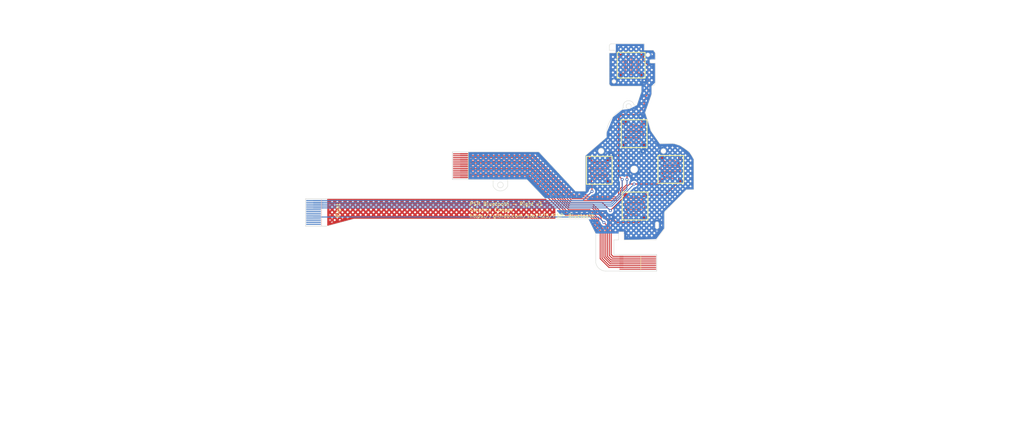
<source format=kicad_pcb>
(kicad_pcb (version 20240108) (generator "pcbnew") (generator_version "8.0")
  (layers (0 "F.Cu" signal) (31 "B.Cu" signal) (34 "B.Paste" user) (35 "F.Paste" user) (36 "B.SilkS" user "B.Silkscreen") (37 "F.SilkS" user "F.Silkscreen") (38 "B.Mask" user) (39 "F.Mask" user) (44 "Edge.Cuts" user))
  (net 0 "")
  (net 7 "/gnd")
  (net 9 "/cross")
  (net 10 "/Circle")
  (net 11 "/Triangle")
  (net 12 "/R1")
  (net 13 "/Square")
  (net 15 "/keyHold")
  (net 16 "/LED +5v")
  (net 17 "/powerLED")
  (net 18 "/keyPower")
  (net 19 "/chargeLED")
  (footprint "JLCPCB_footprint:KEY-SMD_4P-L5.2-W5.2-P3.70-LS6.4_1" (layer "F.Cu") (at 196.5 115.25 90)
    (property "Reference" "L6" (hide yes))
    (property "Value" "SKRRABE010")
    (fp_line (start 3.799848 -3.499873) (end 3.799848 3.500127) (stroke (width 0.254)) (layer "F.SilkS"))
    (fp_line (start -3.800356 -3.499873) (end 3.799848 -3.499873) (stroke (width 0.254)) (layer "F.SilkS"))
    (fp_line (start 3.799848 -0.700025) (end 3.799594 -0.700025) (stroke (width 0.254)) (layer "F.SilkS"))
    (fp_line (start -3.800356 0.700025) (end -3.800356 0.723292) (stroke (width 0.254)) (layer "F.SilkS"))
    (fp_line (start 3.799848 3.500127) (end -3.800356 3.500127) (stroke (width 0.254)) (layer "F.SilkS"))
    (fp_line (start -3.800356 3.500127) (end -3.800356 -3.499873) (stroke (width 0.254)) (layer "F.SilkS"))
    (fp_circle (center -3.750064 -3.499873) (end -3.720091 -3.499873) (stroke (width 0.059995)) (fill none) (layer "F.SilkS"))
    (pad "1" smd custom (at -3 -2.540005 90) (size 1 1.1) (layers "F.Cu" "F.Paste" "F.Mask") (net 10 "/Circle") (options (clearance outline) (anchor rect)) (primitives (gr_line (start 1 0.940005) (end 0 0.4) (width 0.2)) (gr_arc (start 0.523864 1.714626) (mid 3.039533 -0.069772) (end 5.499999 1.790005) (width 0.2)) (gr_line (start 5.499999 1.790005) (end 5.5 2.540005) (width 0.2)) (gr_line (start 5 0.940005) (end 6 0.4) (width 0.2)) (gr_line (start 5 0.940005) (end 5 3.290005) (width 0.2)) (gr_line (start 4 0.190005) (end 4 4.290005) (width 0.2)) (gr_line (start 3 -0.069772) (end 3 4.540005) (width 0.2)) (gr_line (start 2 0.140005) (end 2 4.290005) (width 0.2)) (gr_line (start 1 0.940005) (end 1 3.290005) (width 0.2))))
    (pad "1" smd rect (at 3 -2.540005 90) (size 1 1.1) (layers "F.Cu" "F.Paste" "F.Mask") (net 10 "/Circle"))
    (pad "2" smd custom (at -3 2.540005 90) (size 1 1.1) (layers "F.Cu" "F.Paste" "F.Mask") (net 7 "/gnd") (options (clearance outline) (anchor rect)) (primitives (gr_line (start 1.5 -0.440005) (end 0 -0.4) (width 0.2)) (gr_arc (start 5.499999 -1.790005) (mid 3 0.070071) (end 0.500001 -1.790005) (width 0.2)) (gr_line (start 4.5 -0.440005) (end 6 -0.4) (width 0.2)) (gr_line (start 4.5 -0.440005) (end 4.5 -4.040005) (width 0.2)) (gr_line (start 3.5 -0.040005) (end 3.5 -4.540005) (width 0.2)) (gr_line (start 2.5 -0.040005) (end 2.5 -4.540005) (width 0.2)) (gr_line (start 1.5 -0.440005) (end 1.5 -4.040005) (width 0.2)) (gr_line (start 0.500001 -1.790005) (end 0.5 -2.540005) (width 0.2))))
    (pad "2" smd rect (at 3 2.540005 90) (size 1 1.1) (layers "F.Cu" "F.Paste" "F.Mask") (net 7 "/gnd"))
  )
  (footprint "JLCPCB_footprint:KEY-SMD_4P-L5.2-W5.2-P3.70-LS6.4_1" (layer "F.Cu") (at 186.5 105.5 90)
    (property "Reference" "L4" (hide yes))
    (property "Value" "SKRRABE010")
    (fp_line (start 3.799848 -3.499873) (end 3.799848 3.500127) (stroke (width 0.254)) (layer "F.SilkS"))
    (fp_line (start -3.800356 -3.499873) (end 3.799848 -3.499873) (stroke (width 0.254)) (layer "F.SilkS"))
    (fp_line (start 3.799848 -0.700025) (end 3.799594 -0.700025) (stroke (width 0.254)) (layer "F.SilkS"))
    (fp_line (start -3.800356 0.700025) (end -3.800356 0.723292) (stroke (width 0.254)) (layer "F.SilkS"))
    (fp_line (start 3.799848 3.500127) (end -3.800356 3.500127) (stroke (width 0.254)) (layer "F.SilkS"))
    (fp_line (start -3.800356 3.500127) (end -3.800356 -3.499873) (stroke (width 0.254)) (layer "F.SilkS"))
    (fp_circle (center -3.750064 -3.499873) (end -3.720091 -3.499873) (stroke (width 0.059995)) (fill none) (layer "F.SilkS"))
    (pad "1" smd custom (at -3 -2.540005 90) (size 1 1.1) (layers "F.Cu" "F.Paste" "F.Mask") (net 11 "/Triangle") (options (clearance outline) (anchor rect)) (primitives (gr_line (start 1 0.940005) (end 0 0.4) (width 0.2)) (gr_arc (start 0.523864 1.714626) (mid 3.039533 -0.069772) (end 5.499999 1.790005) (width 0.2)) (gr_line (start 5.499999 1.790005) (end 5.5 2.540005) (width 0.2)) (gr_line (start 5 0.940005) (end 6 0.4) (width 0.2)) (gr_line (start 5 0.940005) (end 5 3.290005) (width 0.2)) (gr_line (start 4 0.190005) (end 4 4.290005) (width 0.2)) (gr_line (start 3 -0.069772) (end 3 4.540005) (width 0.2)) (gr_line (start 2 0.140005) (end 2 4.290005) (width 0.2)) (gr_line (start 1 0.940005) (end 1 3.290005) (width 0.2))))
    (pad "1" smd rect (at 3 -2.540005 90) (size 1 1.1) (layers "F.Cu" "F.Paste" "F.Mask") (net 11 "/Triangle"))
    (pad "2" smd custom (at -3 2.540005 90) (size 1 1.1) (layers "F.Cu" "F.Paste" "F.Mask") (net 7 "/gnd") (options (clearance outline) (anchor rect)) (primitives (gr_line (start 1.5 -0.440005) (end 0 -0.4) (width 0.2)) (gr_arc (start 5.499999 -1.790005) (mid 3 0.070071) (end 0.500001 -1.790005) (width 0.2)) (gr_line (start 4.5 -0.440005) (end 6 -0.4) (width 0.2)) (gr_line (start 4.5 -0.440005) (end 4.5 -4.040005) (width 0.2)) (gr_line (start 3.5 -0.040005) (end 3.5 -4.540005) (width 0.2)) (gr_line (start 2.5 -0.040005) (end 2.5 -4.540005) (width 0.2)) (gr_line (start 1.5 -0.440005) (end 1.5 -4.040005) (width 0.2)) (gr_line (start 0.500001 -1.790005) (end 0.5 -2.540005) (width 0.2))))
    (pad "2" smd rect (at 3 2.540005 90) (size 1 1.1) (layers "F.Cu" "F.Paste" "F.Mask") (net 7 "/gnd"))
  )
  (footprint "consolizer:flex_long_14" (layer "F.Cu") (at 139.075 114.124873 90)
    (property "Reference" "C4" (hide yes))
    (property "Value" "flex-conector_14")
    (fp_line (start -3.65 2.18) (end 3.475 2.180915) (stroke (width 0.12)) (layer "F.SilkS"))
    (fp_line (start -3.875 -2.18) (end 3.625 -2.179085) (stroke (width 0.12)) (layer "Edge.Cuts"))
    (fp_line (start 3.625 3.5) (end 3.625 -2.179085) (stroke (width 0.12)) (layer "Edge.Cuts"))
    (fp_line (start -3.874493 3.5) (end -3.874493 -2.18) (stroke (width 0.12)) (layer "Edge.Cuts"))
    (pad "1" smd rect (at -3.375 0 90) (size 0.25 4) (layers "F.Cu" "F.Paste" "F.Mask") (net 16 "/LED +5v"))
    (pad "2" smd rect (at -2.875 0 90) (size 0.25 4) (layers "F.Cu" "F.Paste" "F.Mask") (net 19 "/chargeLED"))
    (pad "3" smd rect (at -2.375 0 90) (size 0.25 4) (layers "F.Cu" "F.Paste" "F.Mask") (net 17 "/powerLED"))
    (pad "4" smd rect (at -1.875 0 90) (size 0.25 4) (layers "F.Cu" "F.Paste" "F.Mask") (net 15 "/keyHold"))
    (pad "5" smd rect (at -1.375 0 90) (size 0.25 4) (layers "F.Cu" "F.Paste" "F.Mask") (net 18 "/keyPower"))
    (pad "6" smd rect (at -0.875 0 90) (size 0.25 4) (layers "F.Cu" "F.Paste" "F.Mask") (net 7 "/gnd"))
    (pad "7" smd rect (at -0.375 0 90) (size 0.25 4) (layers "F.Cu" "F.Paste" "F.Mask") (net 7 "/gnd"))
    (pad "8" smd rect (at 0.125 0 90) (size 0.25 4) (layers "F.Cu" "F.Paste" "F.Mask") (net 7 "/gnd"))
    (pad "9" smd rect (at 0.625 0 90) (size 0.25 4) (layers "F.Cu" "F.Paste" "F.Mask") (net 7 "/gnd"))
    (pad "10" smd rect (at 1.125 0 90) (size 0.25 4) (layers "F.Cu" "F.Paste" "F.Mask") (net 9 "/cross"))
    (pad "11" smd rect (at 1.625 0 90) (size 0.25 4) (layers "F.Cu" "F.Paste" "F.Mask") (net 10 "/Circle"))
    (pad "12" smd rect (at 2.125 0 90) (size 0.25 4) (layers "F.Cu" "F.Paste" "F.Mask") (net 11 "/Triangle"))
    (pad "13" smd rect (at 2.625 0 90) (size 0.25 4) (layers "F.Cu" "F.Paste" "F.Mask") (net 12 "/R1"))
    (pad "14" smd rect (at 3.125 0 90) (size 0.25 4) (layers "F.Cu" "F.Paste" "F.Mask") (net 13 "/Square"))
  )
  (footprint "JLCPCB_footprint:KEY-SMD_4P-L5.2-W5.2-P3.70-LS6.4_1" (layer "F.Cu") (at 185.699962 86.819977)
    (property "Reference" "L3" (hide yes))
    (property "Value" "SKRRABE010")
    (fp_line (start -3.800356 -3.499873) (end 3.799848 -3.499873) (stroke (width 0.254)) (layer "F.SilkS"))
    (fp_line (start -3.800356 0.700025) (end -3.800356 0.723292) (stroke (width 0.254)) (layer "F.SilkS"))
    (fp_line (start -3.800356 3.500127) (end -3.800356 -3.499873) (stroke (width 0.254)) (layer "F.SilkS"))
    (fp_line (start 3.799848 -3.499873) (end 3.799848 3.500127) (stroke (width 0.254)) (layer "F.SilkS"))
    (fp_line (start 3.799848 -0.700025) (end 3.799594 -0.700025) (stroke (width 0.254)) (layer "F.SilkS"))
    (fp_line (start 3.799848 3.500127) (end -3.800356 3.500127) (stroke (width 0.254)) (layer "F.SilkS"))
    (fp_circle (center -3.750064 -3.499873) (end -3.720091 -3.499873) (stroke (width 0.059995)) (fill none) (layer "F.SilkS"))
    (pad "1" smd custom (at -3 -2.540005) (size 1 1.1) (layers "F.Cu" "F.Paste" "F.Mask") (net 12 "/R1") (options (clearance outline) (anchor rect)) (primitives (gr_line (start 1 0.940005) (end 0 0.4) (width 0.2)) (gr_arc (start 0.523864 1.714626) (mid 3.039533 -0.069772) (end 5.499999 1.790005) (width 0.2)) (gr_line (start 5.499999 1.790005) (end 5.5 2.540005) (width 0.2)) (gr_line (start 5 0.940005) (end 6 0.4) (width 0.2)) (gr_line (start 5 0.940005) (end 5 3.290005) (width 0.2)) (gr_line (start 4 0.190005) (end 4 4.290005) (width 0.2)) (gr_line (start 3 -0.069772) (end 3 4.540005) (width 0.2)) (gr_line (start 2 0.140005) (end 2 4.290005) (width 0.2)) (gr_line (start 1 0.940005) (end 1 3.290005) (width 0.2))))
    (pad "1" smd rect (at 3 -2.540005) (size 1 1.1) (layers "F.Cu" "F.Paste" "F.Mask") (net 12 "/R1"))
    (pad "2" smd custom (at -3 2.540005) (size 1 1.1) (layers "F.Cu" "F.Paste" "F.Mask") (net 7 "/gnd") (options (clearance outline) (anchor rect)) (primitives (gr_line (start 1.5 -0.440005) (end 0 -0.4) (width 0.2)) (gr_arc (start 5.499999 -1.790005) (mid 3 0.070071) (end 0.500001 -1.790005) (width 0.2)) (gr_line (start 4.5 -0.440005) (end 6 -0.4) (width 0.2)) (gr_line (start 4.5 -0.440005) (end 4.5 -4.040005) (width 0.2)) (gr_line (start 3.5 -0.040005) (end 3.5 -4.540005) (width 0.2)) (gr_line (start 2.5 -0.040005) (end 2.5 -4.540005) (width 0.2)) (gr_line (start 1.5 -0.440005) (end 1.5 -4.040005) (width 0.2)) (gr_line (start 0.500001 -1.790005) (end 0.5 -2.540005) (width 0.2))))
    (pad "2" smd rect (at 3 2.540005) (size 1 1.1) (layers "F.Cu" "F.Paste" "F.Mask") (net 7 "/gnd"))
  )
  (footprint "consolizer:flex_long_8" (layer "F.Cu") (at 179.432042 138.499873 90)
    (property "Reference" "C3" (hide yes))
    (property "Value" "flex-conector_8_1" (hide yes))
    (fp_line (start -0.5 8.887958) (end -4 8.887043) (stroke (width 0.12)) (layer "F.SilkS"))
    (fp_line (start -4.5 3.067043) (end -4.5 13.247043) (stroke (width 0.12)) (layer "Edge.Cuts"))
    (fp_line (start 0 3.067958) (end 0 13.247958) (stroke (width 0.12)) (layer "Edge.Cuts"))
    (fp_line (start 0 13.247958) (end -4.5 13.247043) (stroke (width 0.12)) (layer "Edge.Cuts"))
    (pad "1" smd custom (at -0.5 4.067958 270) (size 0.25 2) (layers "F.Cu") (net 7 "/gnd") (options (clearance outline) (anchor rect)) (primitives (gr_poly (pts (xy 0.125 -1) (xy -0.125 -1) (xy -0.125 -9) (xy 0.125 -9)) (width 0) (fill yes))))
    (pad "2" smd custom (at -1 4.067958 270) (size 0.25 2) (layers "F.Cu") (net 7 "/gnd") (options (clearance outline) (anchor rect)) (primitives (gr_poly (pts (xy 0.125 -1) (xy -0.125 -1) (xy -0.125 -9) (xy 0.125 -9)) (width 0) (fill yes))))
    (pad "3" smd custom (at -1.5 4.067958 270) (size 0.25 2) (layers "F.Cu") (net 18 "/keyPower") (options (clearance outline) (anchor rect)) (primitives (gr_poly (pts (xy 0.125 -1) (xy -0.125 -1) (xy -0.125 -9) (xy 0.125 -9)) (width 0) (fill yes))))
    (pad "4" smd custom (at -2 4.067958 270) (size 0.25 2) (layers "F.Cu") (net 15 "/keyHold") (options (clearance outline) (anchor rect)) (primitives (gr_poly (pts (xy 0.125 -1) (xy -0.125 -1) (xy -0.125 -9) (xy 0.125 -9)) (width 0) (fill yes))))
    (pad "5" smd custom (at -2.5 4.067958 270) (size 0.25 2) (layers "F.Cu") (net 17 "/powerLED") (options (clearance outline) (anchor rect)) (primitives (gr_poly (pts (xy 0.125 -1) (xy -0.125 -1) (xy -0.125 -9) (xy 0.125 -9)) (width 0) (fill yes))))
    (pad "6" smd custom (at -3 4.067958 270) (size 0.25 2) (layers "F.Cu") (net 19 "/chargeLED") (options (clearance outline) (anchor rect)) (primitives (gr_poly (pts (xy 0.125 -1) (xy -0.125 -1) (xy -0.125 -9) (xy 0.125 -9)) (width 0) (fill yes))))
    (pad "7" smd custom (at -3.5 4.067958 270) (size 0.25 2) (layers "F.Cu") (net 16 "/LED +5v") (options (clearance outline) (anchor rect)) (primitives (gr_poly (pts (xy 0.125 -1) (xy -0.125 -1) (xy -0.125 -9) (xy 0.125 -9)) (width 0) (fill yes))))
    (pad "8" smd custom (at -4 4.067958 270) (size 0.25 2) (layers "F.Cu") (options (clearance outline) (anchor rect)) (primitives (gr_poly (pts (xy 0.125 -1) (xy -0.125 -1) (xy -0.125 -9) (xy 0.125 -9)) (width 0) (fill yes))))
  )
  (footprint "JLCPCB_footprint:KEY-SMD_4P-L5.2-W5.2-P3.70-LS6.4_1" (layer "F.Cu") (at 186.75 125.25 90)
    (property "Reference" "L2" (hide yes))
    (property "Value" "SKRRABE010")
    (fp_line (start 3.799848 -3.499873) (end 3.799848 3.500127) (stroke (width 0.254)) (layer "F.SilkS"))
    (fp_line (start -3.800356 -3.499873) (end 3.799848 -3.499873) (stroke (width 0.254)) (layer "F.SilkS"))
    (fp_line (start 3.799848 -0.700025) (end 3.799594 -0.700025) (stroke (width 0.254)) (layer "F.SilkS"))
    (fp_line (start -3.800356 0.700025) (end -3.800356 0.723292) (stroke (width 0.254)) (layer "F.SilkS"))
    (fp_line (start 3.799848 3.500127) (end -3.800356 3.500127) (stroke (width 0.254)) (layer "F.SilkS"))
    (fp_line (start -3.800356 3.500127) (end -3.800356 -3.499873) (stroke (width 0.254)) (layer "F.SilkS"))
    (fp_circle (center -3.750064 -3.499873) (end -3.720091 -3.499873) (stroke (width 0.059995)) (fill none) (layer "F.SilkS"))
    (pad "1" smd custom (at -3 -2.540005 90) (size 1 1.1) (layers "F.Cu" "F.Paste" "F.Mask") (net 9 "/cross") (options (clearance outline) (anchor rect)) (primitives (gr_line (start 1 0.940005) (end 0 0.4) (width 0.2)) (gr_arc (start 0.523864 1.714626) (mid 3.039533 -0.069772) (end 5.499999 1.790005) (width 0.2)) (gr_line (start 5.499999 1.790005) (end 5.5 2.540005) (width 0.2)) (gr_line (start 5 0.940005) (end 6 0.4) (width 0.2)) (gr_line (start 5 0.940005) (end 5 3.290005) (width 0.2)) (gr_line (start 4 0.190005) (end 4 4.290005) (width 0.2)) (gr_line (start 3 -0.069772) (end 3 4.540005) (width 0.2)) (gr_line (start 2 0.140005) (end 2 4.290005) (width 0.2)) (gr_line (start 1 0.940005) (end 1 3.290005) (width 0.2))))
    (pad "1" smd rect (at 3 -2.540005 90) (size 1 1.1) (layers "F.Cu" "F.Paste" "F.Mask") (net 9 "/cross"))
    (pad "2" smd custom (at -3 2.540005 90) (size 1 1.1) (layers "F.Cu" "F.Paste" "F.Mask") (net 7 "/gnd") (options (clearance outline) (anchor rect)) (primitives (gr_line (start 1.5 -0.440005) (end 0 -0.4) (width 0.2)) (gr_arc (start 5.499999 -1.790005) (mid 3 0.070071) (end 0.500001 -1.790005) (width 0.2)) (gr_line (start 4.5 -0.440005) (end 6 -0.4) (width 0.2)) (gr_line (start 4.5 -0.440005) (end 4.5 -4.040005) (width 0.2)) (gr_line (start 3.5 -0.040005) (end 3.5 -4.540005) (width 0.2)) (gr_line (start 2.5 -0.040005) (end 2.5 -4.540005) (width 0.2)) (gr_line (start 1.5 -0.440005) (end 1.5 -4.040005) (width 0.2)) (gr_line (start 0.500001 -1.790005) (end 0.5 -2.540005) (width 0.2))))
    (pad "2" smd rect (at 3 2.540005 90) (size 1 1.1) (layers "F.Cu" "F.Paste" "F.Mask") (net 7 "/gnd"))
  )
  (footprint "JLCPCB_footprint:KEY-SMD_4P-L5.2-W5.2-P3.70-LS6.4_1" (layer "F.Cu") (at 177 115.5 90)
    (property "Reference" "L5" (hide yes))
    (property "Value" "SKRRABE010")
    (fp_line (start 3.799848 -3.499873) (end 3.799848 3.500127) (stroke (width 0.254)) (layer "F.SilkS"))
    (fp_line (start -3.800356 -3.499873) (end 3.799848 -3.499873) (stroke (width 0.254)) (layer "F.SilkS"))
    (fp_line (start 3.799848 -0.700025) (end 3.799594 -0.700025) (stroke (width 0.254)) (layer "F.SilkS"))
    (fp_line (start -3.800356 0.700025) (end -3.800356 0.723292) (stroke (width 0.254)) (layer "F.SilkS"))
    (fp_line (start 3.799848 3.500127) (end -3.800356 3.500127) (stroke (width 0.254)) (layer "F.SilkS"))
    (fp_line (start -3.800356 3.500127) (end -3.800356 -3.499873) (stroke (width 0.254)) (layer "F.SilkS"))
    (fp_circle (center -3.750064 -3.499873) (end -3.720091 -3.499873) (stroke (width 0.059995)) (fill none) (layer "F.SilkS"))
    (pad "1" smd custom (at -3 -2.540005 90) (size 1 1.1) (layers "F.Cu" "F.Paste" "F.Mask") (net 13 "/Square") (options (clearance outline) (anchor rect)) (primitives (gr_line (start 1 0.940005) (end 0 0.4) (width 0.2)) (gr_arc (start 0.523864 1.714626) (mid 3.039533 -0.069772) (end 5.499999 1.790005) (width 0.2)) (gr_line (start 5.499999 1.790005) (end 5.5 2.540005) (width 0.2)) (gr_line (start 5 0.940005) (end 6 0.4) (width 0.2)) (gr_line (start 5 0.940005) (end 5 3.290005) (width 0.2)) (gr_line (start 4 0.190005) (end 4 4.290005) (width 0.2)) (gr_line (start 3 -0.069772) (end 3 4.540005) (width 0.2)) (gr_line (start 2 0.140005) (end 2 4.290005) (width 0.2)) (gr_line (start 1 0.940005) (end 1 3.290005) (width 0.2))))
    (pad "1" smd rect (at 3 -2.540005 90) (size 1 1.1) (layers "F.Cu" "F.Paste" "F.Mask") (net 13 "/Square"))
    (pad "2" smd custom (at -3 2.540005 90) (size 1 1.1) (layers "F.Cu" "F.Paste" "F.Mask") (net 7 "/gnd") (options (clearance outline) (anchor rect)) (primitives (gr_line (start 1.5 -0.440005) (end 0 -0.4) (width 0.2)) (gr_arc (start 5.499999 -1.790005) (mid 3 0.070071) (end 0.500001 -1.790005) (width 0.2)) (gr_line (start 4.5 -0.440005) (end 6 -0.4) (width 0.2)) (gr_line (start 4.5 -0.440005) (end 4.5 -4.040005) (width 0.2)) (gr_line (start 3.5 -0.040005) (end 3.5 -4.540005) (width 0.2)) (gr_line (start 2.5 -0.040005) (end 2.5 -4.540005) (width 0.2)) (gr_line (start 1.5 -0.440005) (end 1.5 -4.040005) (width 0.2)) (gr_line (start 0.500001 -1.790005) (end 0.5 -2.540005) (width 0.2))))
    (pad "2" smd rect (at 3 2.540005 90) (size 1 1.1) (layers "F.Cu" "F.Paste" "F.Mask") (net 7 "/gnd"))
  )
  (footprint "consolizer:flex_long_14" (layer "B.Cu") (at 99 127.125 -90)
    (property "Reference" "C1" (hide yes))
    (property "Value" "flex-conector_14")
    (fp_line (start 3.475 -2.180915) (end -3.65 -2.18) (stroke (width 0.12)) (layer "B.SilkS"))
    (fp_line (start -3.874493 2.18) (end -3.874493 -3.5) (stroke (width 0.12)) (layer "Edge.Cuts"))
    (fp_line (start 3.625 2.179085) (end -3.875 2.18) (stroke (width 0.12)) (layer "Edge.Cuts"))
    (fp_line (start 3.625 2.179085) (end 3.625 -3.5) (stroke (width 0.12)) (layer "Edge.Cuts"))
    (pad "1" smd rect (at -3.375 0 270) (size 0.25 4) (layers "B.Cu" "B.Paste" "B.Mask") (net 13 "/Square"))
    (pad "2" smd rect (at -2.875 0 270) (size 0.25 4) (layers "B.Cu" "B.Paste" "B.Mask") (net 12 "/R1"))
    (pad "3" smd rect (at -2.375 0 270) (size 0.25 4) (layers "B.Cu" "B.Paste" "B.Mask") (net 11 "/Triangle"))
    (pad "4" smd rect (at -1.875 0 270) (size 0.25 4) (layers "B.Cu" "B.Paste" "B.Mask") (net 10 "/Circle"))
    (pad "5" smd rect (at -1.375 0 270) (size 0.25 4) (layers "B.Cu" "B.Paste" "B.Mask") (net 9 "/cross"))
    (pad "6" smd rect (at -0.875 0 270) (size 0.25 4) (layers "B.Cu" "B.Paste" "B.Mask"))
    (pad "7" smd rect (at -0.375 0 270) (size 0.25 4) (layers "B.Cu" "B.Paste" "B.Mask"))
    (pad "8" smd rect (at 0.125 0 270) (size 0.25 4) (layers "B.Cu" "B.Paste" "B.Mask"))
    (pad "9" smd rect (at 0.625 0 270) (size 0.25 4) (layers "B.Cu" "B.Paste" "B.Mask"))
    (pad "10" smd rect (at 1.125 0 270) (size 0.25 4) (layers "B.Cu" "B.Paste" "B.Mask") (net 18 "/keyPower"))
    (pad "11" smd rect (at 1.625 0 270) (size 0.25 4) (layers "B.Cu" "B.Paste" "B.Mask"))
    (pad "12" smd rect (at 2.125 0 270) (size 0.25 4) (layers "B.Cu" "B.Paste" "B.Mask"))
    (pad "13" smd rect (at 2.625 0 270) (size 0.25 4) (layers "B.Cu" "B.Paste" "B.Mask"))
    (pad "14" smd rect (at 3.125 0 270) (size 0.25 4) (layers "B.Cu" "B.Paste" "B.Mask"))
  )
  (gr_line (start 179.75 91.999873) (end 179.75 83.499873) (stroke (width 0.1)) (layer "Edge.Cuts"))
  (gr_line (start 191.25 104.999873) (end 189.5 99.749873) (stroke (width 0.1)) (layer "Edge.Cuts"))
  (gr_circle (center 186.5 115.249873) (end 186.5 116.249873) (stroke (width 0.1)) (fill none) (layer "Edge.Cuts"))
  (gr_line (start 192.25 83.499873) (end 192.25 85.249873) (stroke (width 0.1)) (layer "Edge.Cuts"))
  (gr_line (start 181 83.499873) (end 179.75 83.499873) (stroke (width 0.1)) (layer "Edge.Cuts"))
  (gr_arc (start 179.75 81.499873) (mid 179.896448 81.146325) (end 180.25 80.999873) (stroke (width 0.1)) (layer "Edge.Cuts"))
  (gr_line (start 200.75 120.749873) (end 194.75 126.999873) (stroke (width 0.1)) (layer "Edge.Cuts"))
  (gr_line (start 179.000001 106.499873) (end 173.225184 111.499873) (stroke (width 0.1)) (layer "Edge.Cuts"))
  (gr_line (start 176 140.249873) (end 176 132.749873) (stroke (width 0.1)) (layer "Edge.Cuts"))
  (gr_line (start 192.25 91.499873) (end 192.25 86.249873) (stroke (width 0.1)) (layer "Edge.Cuts"))
  (gr_line (start 202.75 112.499873) (end 202.75 120.749873) (stroke (width 0.1)) (layer "Edge.Cuts"))
  (gr_line (start 173.225184 111.499873) (end 173.225184 121.249873) (stroke (width 0.1)) (layer "Edge.Cuts"))
  (gr_arc (start 180.25 92.499873) (mid 179.896436 92.353432) (end 179.75 91.999873) (stroke (width 0.1)) (layer "Edge.Cuts"))
  (gr_arc (start 192.25 91.499873) (mid 191.957108 92.206985) (end 191.25 92.499873) (stroke (width 0.1)) (layer "Edge.Cuts"))
  (gr_line (start 160.5 110.499873) (end 143.725184 110.499873) (stroke (width 0.1)) (layer "Edge.Cuts"))
  (gr_line (start 176 132.749873) (end 174 128.749873) (stroke (width 0.1)) (layer "Edge.Cuts"))
  (gr_line (start 191.25 94.749873) (end 189.5 99.749873) (stroke (width 0.1)) (layer "Edge.Cuts"))
  (gr_circle (center 150 119.499873) (end 149.75 120.249873) (stroke (width 0.1)) (fill none) (layer "Edge.Cuts"))
  (gr_line (start 160.5 110.499873) (end 170.5 121.249873) (stroke (width 0.1)) (layer "Edge.Cuts"))
  (gr_circle (center 185 98.015381) (end 185.5 98.499873) (stroke (width 0.1)) (fill none) (layer "Edge.Cuts"))
  (gr_line (start 152 117.999873) (end 157.25 117.999873) (stroke (width 0.1)) (layer "Edge.Cuts"))
  (gr_arc (start 182.25 132.999873) (mid 183 132.249873) (end 183.75 132.999873) (stroke (width 0.1)) (layer "Edge.Cuts"))
  (gr_line (start 162.25 123.249873) (end 162 123.249873) (stroke (width 0.1)) (layer "Edge.Cuts"))
  (gr_line (start 182.25 132.999873) (end 182.25 134.499873) (stroke (width 0.1)) (layer "Edge.Cuts"))
  (gr_line (start 178.75 142.999873) (end 182.499085 142.999873) (stroke (width 0.1)) (layer "Edge.Cuts"))
  (gr_circle (center 194.5 110.249873) (end 194 110.749873) (stroke (width 0.1)) (fill none) (layer "Edge.Cuts"))
  (gr_line (start 192.25 130.999873) (end 192.25 129.999873) (stroke (width 0.1)) (layer "Edge.Cuts"))
  (gr_line (start 120.225184 128.749873) (end 174 128.749873) (stroke (width 0.1)) (layer "Edge.Cuts"))
  (gr_line (start 188.5 92.499873) (end 180.25 92.499873) (stroke (width 0.1)) (layer "Edge.Cuts"))
  (gr_circle (center 177.5 110.249873) (end 177.25 110.999873) (stroke (width 0.1)) (fill none) (layer "Edge.Cuts"))
  (gr_line (start 187.25 97.749873) (end 188.5 93.999873) (stroke (width 0.1)) (layer "Edge.Cuts"))
  (gr_circle (center 181 91.249873) (end 181.25 91.749873) (stroke (width 0.1)) (fill none) (layer "Edge.Cuts"))
  (gr_line (start 179.75 82.749873) (end 181 82.749873) (stroke (width 0.1)) (layer "Edge.Cuts"))
  (gr_line (start 191.25 86.249873) (end 192.25 86.249873) (stroke (width 0.1)) (layer "Edge.Cuts"))
  (gr_line (start 197 108.184801) (end 193.5 108.249873) (stroke (width 0.1)) (layer "Edge.Cuts"))
  (gr_line (start 102.5 130.75) (end 110 128.749873) (stroke (width 0.1)) (layer "Edge.Cuts"))
  (gr_line (start 157.75 123.249873) (end 102.5 123.250507) (stroke (width 0.1)) (layer "Edge.Cuts"))
  (gr_line (start 201.5 110.499873) (end 202.25 111.499873) (stroke (width 0.1)) (layer "Edge.Cuts"))
  (gr_line (start 191.25 92.749873) (end 191.25 94.749873) (stroke (width 0.1)) (layer "Edge.Cuts"))
  (gr_line (start 200.25 109.499873) (end 201.5 110.499873) (stroke (width 0.1)) (layer "Edge.Cuts"))
  (gr_arc (start 151.999999 119.749873) (mid 150 121.135873) (end 148.000001 119.749873) (stroke (width 0.1)) (layer "Edge.Cuts"))
  (gr_arc (start 179.000001 106.499873) (mid 179.9262 102.06238) (end 183.230156 98.958658) (stroke (width 0.1)) (layer "Edge.Cuts"))
  (gr_arc (start 181 82.749873) (mid 181.374984 83.124873) (end 181 83.499873) (stroke (width 0.1)) (layer "Edge.Cuts"))
  (gr_line (start 170.5 121.249873) (end 173.225184 121.249873) (stroke (width 0.1)) (layer "Edge.Cuts"))
  (gr_line (start 162 123.249873) (end 157.75 123.249873) (stroke (width 0.1)) (layer "Edge.Cuts"))
  (gr_arc (start 192.25 129.999873) (mid 192.75 129.499873) (end 193.25 129.999873) (stroke (width 0.1)) (layer "Edge.Cuts"))
  (gr_line (start 157.25 117.999873) (end 162.25 123.249873) (stroke (width 0.1)) (layer "Edge.Cuts"))
  (gr_line (start 179.75 81.499873) (end 179.75 82.749873) (stroke (width 0.1)) (layer "Edge.Cuts"))
  (gr_line (start 194.75 126.999873) (end 194.75 131.499873) (stroke (width 0.1)) (layer "Edge.Cuts"))
  (gr_line (start 193.25 129.999873) (end 193.25 130.999873) (stroke (width 0.1)) (layer "Edge.Cuts"))
  (gr_line (start 202.25 111.499873) (end 202.75 112.499873) (stroke (width 0.1)) (layer "Edge.Cuts"))
  (gr_line (start 199 108.749873) (end 200.25 109.499873) (stroke (width 0.1)) (layer "Edge.Cuts"))
  (gr_line (start 180.25 80.999873) (end 189.25 80.999873) (stroke (width 0.1)) (layer "Edge.Cuts"))
  (gr_line (start 120.225184 128.749873) (end 110 128.749873) (stroke (width 0.1)) (layer "Edge.Cuts"))
  (gr_line (start 202.75 120.749873) (end 200.75 120.749873) (stroke (width 0.1)) (layer "Edge.Cuts"))
  (gr_line (start 182.25 134.499873) (end 181 134.499873) (stroke (width 0.1)) (layer "Edge.Cuts"))
  (gr_arc (start 178.75 142.999873) (mid 176.805452 142.194421) (end 176 140.249873) (stroke (width 0.1)) (layer "Edge.Cuts"))
  (gr_arc (start 183.500001 97.749873) (mid 185 96.492058) (end 186.499999 97.749873) (stroke (width 0.1)) (layer "Edge.Cuts"))
  (gr_line (start 197.5 108.249873) (end 199 108.749873) (stroke (width 0.1)) (layer "Edge.Cuts"))
  (gr_line (start 191.25 92.499873) (end 191.25 92.749873) (stroke (width 0.1)) (layer "Edge.Cuts"))
  (gr_line (start 183.230156 98.958658) (end 183.5 98.499873) (stroke (width 0.1)) (layer "Edge.Cuts"))
  (gr_line (start 192.5 134.499873) (end 183.75 134.499873) (stroke (width 0.1)) (layer "Edge.Cuts"))
  (gr_arc (start 193.25 130.999873) (mid 192.75 131.499873) (end 192.25 130.999873) (stroke (width 0.1)) (layer "Edge.Cuts"))
  (gr_arc (start 191.25 86.249873) (mid 190.749984 85.749873) (end 191.25 85.249873) (stroke (width 0.1)) (layer "Edge.Cuts"))
  (gr_line (start 148 117.999873) (end 142.575 117.99962) (stroke (width 0.1)) (layer "Edge.Cuts"))
  (gr_line (start 148 117.999873) (end 148 119.749873) (stroke (width 0.1)) (layer "Edge.Cuts"))
  (gr_line (start 183.75 134.499873) (end 183.75 132.999873) (stroke (width 0.1)) (layer "Edge.Cuts"))
  (gr_line (start 183.5 98.499873) (end 183.500001 97.749873) (stroke (width 0.1)) (layer "Edge.Cuts"))
  (gr_line (start 192.25 85.249873) (end 191.25 85.249873) (stroke (width 0.1)) (layer "Edge.Cuts"))
  (gr_line (start 194.75 131.499873) (end 192.5 134.499873) (stroke (width 0.1)) (layer "Edge.Cuts"))
  (gr_line (start 181 134.499873) (end 181 138.499873) (stroke (width 0.1)) (layer "Edge.Cuts"))
  (gr_line (start 186.5 97.749873) (end 187.25 97.749873) (stroke (width 0.1)) (layer "Edge.Cuts"))
  (gr_line (start 197 108.184801) (end 197.5 108.249873) (stroke (width 0.1)) (layer "Edge.Cuts"))
  (gr_line (start 191.75 82.749873) (end 192.25 83.499873) (stroke (width 0.1)) (layer "Edge.Cuts"))
  (gr_line (start 193.5 108.249873) (end 191.25 104.999873) (stroke (width 0.1)) (layer "Edge.Cuts"))
  (gr_line (start 143.725184 110.499873) (end 142.575 110.499873) (stroke (width 0.1)) (layer "Edge.Cuts"))
  (gr_line (start 188.5 93.999873) (end 188.5 92.499873) (stroke (width 0.1)) (layer "Edge.Cuts"))
  (gr_line (start 189.25 82.749873) (end 191.75 82.749873) (stroke (width 0.1)) (layer "Edge.Cuts"))
  (gr_line (start 181 138.499873) (end 182.499085 138.499873) (stroke (width 0.1)) (layer "Edge.Cuts"))
  (gr_line (start 189.25 80.999873) (end 189.25 82.749873) (stroke (width 0.1)) (layer "Edge.Cuts"))
  (gr_circle (center 190.25 83.999873) (end 190.75 84.249873) (stroke (width 0.1)) (fill none) (layer "Edge.Cuts"))
  (gr_line (start 152 119.749873) (end 152 117.999873) (stroke (width 0.1)) (layer "Edge.Cuts"))
  (gr_text "PSP Bluetooth - Right v1\nStephen Cooper\nhttps://github.com/ste2425/PSP-Bluetooth" (at 141.5 128.5 0) (layer "F.SilkS") (effects (font (size 1 1)) (justify left bottom)))
  (gr_text "Right" (at 106.25 126.5 90) (layer "F.SilkS") (effects (font (size 1 1)) (justify bottom)))
  (segment (start 179.75 138.749873) (end 179.75 129.999873) (width 0.25) (layer "F.Cu") (net 7))
  (segment (start 179.75 129.999873) (end 179.75 129.499873) (width 0.25) (layer "F.Cu") (net 7))
  (segment (start 139.075 114.499873) (end 158.75 114.499873) (width 0.25) (layer "F.Cu") (net 7))
  (segment (start 169 124.749873) (end 175.25 124.749873) (width 0.25) (layer "F.Cu") (net 7))
  (segment (start 180.25 128.249873) (end 181.75 129.749873) (width 0.25) (layer "F.Cu") (net 7))
  (segment (start 180.5 139.499873) (end 179.75 138.749873) (width 0.25) (layer "F.Cu") (net 7))
  (segment (start 180 128.249873) (end 180.25 128.249873) (width 0.25) (layer "F.Cu") (net 7))
  (segment (start 139.075 113.499873) (end 157.75 113.499873) (width 0.25) (layer "F.Cu") (net 7))
  (segment (start 139.075 114.999873) (end 158.636396 114.999873) (width 0.25) (layer "F.Cu") (net 7))
  (segment (start 180.25 128.499873) (end 180 128.249873) (width 0.25) (layer "F.Cu") (net 7))
  (segment (start 179.75 128.749873) (end 179.75 129.499873) (width 0.25) (layer "F.Cu") (net 7))
  (segment (start 179.75 129.863477) (end 179.75 129.999873) (width 0.25) (layer "F.Cu") (net 7))
  (segment (start 180.225184 111.249873) (end 180.225184 111.814821) (width 0.25) (layer "F.Cu") (net 7))
  (segment (start 180.25 138.499873) (end 180.25 128.499873) (width 0.25) (layer "F.Cu") (net 7))
  (segment (start 179.75 129.249873) (end 179.75 129.499873) (width 0.25) (layer "F.Cu") (net 7))
  (segment (start 188.699962 90.449962) (end 189.25 91) (width 0.25) (layer "F.Cu") (net 7))
  (segment (start 188.225184 101.685179) (end 189.040005 102.5) (width 0.25) (layer "F.Cu") (net 7))
  (segment (start 187.790132 129.749873) (end 189.290005 128.25) (width 0.25) (layer "F.Cu") (net 7))
  (segment (start 158.75 114.499873) (end 169 124.749873) (width 0.25) (layer "F.Cu") (net 7))
  (segment (start 158.25 113.999873) (end 158.75 114.499873) (width 0.25) (layer "F.Cu") (net 7))
  (segment (start 175.25 124.749873) (end 179.75 129.249873) (width 0.25) (layer "F.Cu") (net 7))
  (segment (start 180.25 128.249873) (end 179.75 128.749873) (width 0.25) (layer "F.Cu") (net 7))
  (segment (start 188.699962 89.359982) (end 188.699962 90.449962) (width 0.25) (layer "F.Cu") (net 7))
  (segment (start 180.75 138.999873) (end 180.25 138.499873) (width 0.25) (layer "F.Cu") (net 7))
  (segment (start 175.136396 125.249873) (end 179.75 129.863477) (width 0.25) (layer "F.Cu") (net 7))
  (segment (start 180.225184 111.814821) (end 179.540005 112.5) (width 0.25) (layer "F.Cu") (net 7))
  (segment (start 158.636396 114.999873) (end 168.886396 125.249873) (width 0.25) (layer "F.Cu") (net 7))
  (segment (start 168.886396 125.249873) (end 175.136396 125.249873) (width 0.25) (layer "F.Cu") (net 7))
  (segment (start 181.75 129.749873) (end 187.790132 129.749873) (width 0.25) (layer "F.Cu") (net 7))
  (segment (start 189.290005 122.25) (end 195.040005 122.25) (width 0.25) (layer "F.Cu") (net 7))
  (segment (start 195.040005 122.25) (end 199.040005 118.25) (width 0.25) (layer "F.Cu") (net 7))
  (segment (start 188.225184 100.749873) (end 188.225184 101.685179) (width 0.25) (layer "F.Cu") (net 7))
  (segment (start 183.5 139.499873) (end 180.5 139.499873) (width 0.25) (layer "F.Cu") (net 7))
  (segment (start 189 110.25) (end 189 108.540005) (width 0.25) (layer "F.Cu") (net 7))
  (segment (start 183.5 138.999873) (end 180.75 138.999873) (width 0.25) (layer "F.Cu") (net 7))
  (segment (start 139.075 113.999873) (end 158.25 113.999873) (width 0.25) (layer "F.Cu") (net 7))
  (segment (start 189 108.540005) (end 189.040005 108.5) (width 0.25) (layer "F.Cu") (net 7))
  (segment (start 157.75 113.499873) (end 158.25 113.999873) (width 0.25) (layer "F.Cu") (net 7))
  (via (at 180.225184 111.249873) (size 0.8) (drill 0.4) (layers "F.Cu" "B.Cu") (net 7))
  (via (at 189 110.25) (size 0.8) (drill 0.4) (layers "F.Cu" "B.Cu") (net 7))
  (via (at 189.25 91) (size 0.8) (drill 0.4) (layers "F.Cu" "B.Cu") (net 7))
  (via (at 188.225184 100.749873) (size 0.8) (drill 0.4) (layers "F.Cu" "B.Cu") (net 7))
  (via (at 180.25 128.249873) (size 0.8) (drill 0.4) (layers "F.Cu" "B.Cu") (net 7))
  (segment (start 180.525305 128.249873) (end 180.25 128.249873) (width 0.25) (layer "B.Cu") (net 7))
  (segment (start 180 126.5) (end 184.209995 122.290005) (width 0.25) (layer "F.Cu") (net 9))
  (segment (start 169.25 124.249873) (end 158 112.999873) (width 0.25) (layer "F.Cu") (net 9))
  (segment (start 180 126.5) (end 177.749873 124.249873) (width 0.25) (layer "F.Cu") (net 9))
  (segment (start 158 112.999873) (end 139.075 112.999873) (width 0.25) (layer "F.Cu") (net 9))
  (segment (start 184.209995 122.290005) (end 184.209995 122.25) (width 0.25) (layer "F.Cu") (net 9))
  (segment (start 177.749873 124.249873) (end 169.25 124.249873) (width 0.25) (layer "F.Cu") (net 9))
  (via (at 180 126.5) (size 0.8) (drill 0.4) (layers "F.Cu" "B.Cu") (net 9))
  (segment (start 179.249873 125.749873) (end 101.5 125.749873) (width 0.25) (layer "B.Cu") (net 9))
  (segment (start 101.499873 125.75) (end 99 125.75) (width 0.25) (layer "B.Cu") (net 9))
  (segment (start 180 126.5) (end 179.249873 125.749873) (width 0.25) (layer "B.Cu") (net 9))
  (segment (start 101.5 125.749873) (end 101.499873 125.75) (width 0.25) (layer "B.Cu") (net 9))
  (segment (start 139.075 112.499873) (end 158.25 112.499873) (width 0.25) (layer "F.Cu") (net 10))
  (segment (start 183.25 121.249873) (end 185.25 119.249873) (width 0.25) (layer "F.Cu") (net 10))
  (segment (start 169.5 123.749873) (end 182 123.749873) (width 0.25) (layer "F.Cu") (net 10))
  (segment (start 158.25 112.499873) (end 169.5 123.749873) (width 0.25) (layer "F.Cu") (net 10))
  (segment (start 192.960122 119.249873) (end 186.5 119.249873) (width 0.25) (layer "F.Cu") (net 10))
  (segment (start 183.25 122.499873) (end 183.25 121.249873) (width 0.25) (layer "F.Cu") (net 10))
  (segment (start 193.959995 118.25) (end 192.960122 119.249873) (width 0.25) (layer "F.Cu") (net 10))
  (segment (start 182 123.749873) (end 183.25 122.499873) (width 0.25) (layer "F.Cu") (net 10))
  (segment (start 185.25 119.249873) (end 186.5 119.249873) (width 0.25) (layer "F.Cu") (net 10))
  (via (at 186.5 119.249873) (size 0.8) (drill 0.4) (layers "F.Cu" "B.Cu") (net 10))
  (segment (start 101.5 125.249873) (end 101.499873 125.25) (width 0.25) (layer "B.Cu") (net 10))
  (segment (start 180.5 125.249873) (end 186.5 119.249873) (width 0.25) (layer "B.Cu") (net 10))
  (segment (start 101.5 125.249873) (end 180.5 125.249873) (width 0.25) (layer "B.Cu") (net 10))
  (segment (start 101.499873 125.25) (end 99 125.25) (width 0.25) (layer "B.Cu") (net 10))
  (segment (start 184.550038 119.313439) (end 184.550038 117.999873) (width 0.25) (layer "F.Cu") (net 11))
  (segment (start 183.959995 108.5) (end 184.550038 109.090043) (width 0.25) (layer "F.Cu") (net 11))
  (segment (start 169.636396 123.249873) (end 181.863604 123.249873) (width 0.25) (layer "F.Cu") (net 11))
  (segment (start 158.386396 111.999873) (end 169.636396 123.249873) (width 0.25) (layer "F.Cu") (net 11))
  (segment (start 182.75 122.363477) (end 182.75 121.113477) (width 0.25) (layer "F.Cu") (net 11))
  (segment (start 139.075 111.999873) (end 158.386396 111.999873) (width 0.25) (layer "F.Cu") (net 11))
  (segment (start 181.863604 123.249873) (end 182.75 122.363477) (width 0.25) (layer "F.Cu") (net 11))
  (segment (start 184.550038 109.090043) (end 184.550038 117.999873) (width 0.25) (layer "F.Cu") (net 11))
  (segment (start 182.75 121.113477) (end 184.550038 119.313439) (width 0.25) (layer "F.Cu") (net 11))
  (via (at 184.550038 117.999873) (size 0.8) (drill 0.4) (layers "F.Cu" "B.Cu") (net 11))
  (segment (start 101.5 124.749873) (end 101.499873 124.75) (width 0.25) (layer "B.Cu") (net 11))
  (segment (start 101.5 124.749873) (end 180.363604 124.749873) (width 0.25) (layer "B.Cu") (net 11))
  (segment (start 101.499873 124.75) (end 99 124.75) (width 0.25) (layer "B.Cu") (net 11))
  (segment (start 184.550038 120.563439) (end 184.550038 117.999873) (width 0.25) (layer "B.Cu") (net 11))
  (segment (start 180.363604 124.749873) (end 184.550038 120.563439) (width 0.25) (layer "B.Cu") (net 11))
  (segment (start 183.25 119.977081) (end 183.25 117.999873) (width 0.25) (layer "F.Cu") (net 12))
  (segment (start 189.725184 95.249873) (end 189.725184 95.749873) (width 0.25) (layer "F.Cu") (net 12))
  (segment (start 158.522792 111.499873) (end 169.772792 122.749873) (width 0.25) (layer "F.Cu") (net 12))
  (segment (start 188.699962 84.279972) (end 188.699962 85.224651) (width 0.25) (layer "F.Cu") (net 12))
  (segment (start 182.25 122.227081) (end 182.25 120.977081) (width 0.25) (layer "F.Cu") (net 12))
  (segment (start 169.772792 122.749873) (end 181.727208 122.749873) (width 0.25) (layer "F.Cu") (net 12))
  (segment (start 190.225184 94.749873) (end 189.725184 95.249873) (width 0.25) (layer "F.Cu") (net 12))
  (segment (start 187.225184 100.249873) (end 183.225184 100.249873) (width 0.25) (layer "F.Cu") (net 12))
  (segment (start 183.225184 100.249873) (end 182.225184 101.249873) (width 0.25) (layer "F.Cu") (net 12))
  (segment (start 182.225184 116.975057) (end 183.25 117.999873) (width 0.25) (layer "F.Cu") (net 12))
  (segment (start 182.225184 101.249873) (end 182.225184 116.975057) (width 0.25) (layer "F.Cu") (net 12))
  (segment (start 190.225184 86.749873) (end 190.225184 94.749873) (width 0.25) (layer "F.Cu") (net 12))
  (segment (start 189.725184 95.749873) (end 189.225184 96.249873) (width 0.25) (layer "F.Cu") (net 12))
  (segment (start 139.075 111.499873) (end 158.522792 111.499873) (width 0.25) (layer "F.Cu") (net 12))
  (segment (start 188.699962 85.224651) (end 190.225184 86.749873) (width 0.25) (layer "F.Cu") (net 12))
  (segment (start 181.727208 122.749873) (end 182.25 122.227081) (width 0.25) (layer "F.Cu") (net 12))
  (segment (start 189.225184 98.249873) (end 187.225184 100.249873) (width 0.25) (layer "F.Cu") (net 12))
  (segment (start 189.225184 96.249873) (end 189.225184 98.249873) (width 0.25) (layer "F.Cu") (net 12))
  (segment (start 182.25 120.977081) (end 183.25 119.977081) (width 0.25) (layer "F.Cu") (net 12))
  (via (at 183.25 117.999873) (size 0.8) (drill 0.4) (layers "F.Cu" "B.Cu") (net 12))
  (segment (start 183.25 121.227081) (end 183.25 117.999873) (width 0.25) (layer "B.Cu") (net 12))
  (segment (start 101.499873 124.25) (end 99 124.25) (width 0.25) (layer "B.Cu") (net 12))
  (segment (start 101.5 124.249873) (end 101.499873 124.25) (width 0.25) (layer "B.Cu") (net 12))
  (segment (start 180.227208 124.249873) (end 183.25 121.227081) (width 0.25) (layer "B.Cu") (net 12))
  (segment (start 101.5 124.249873) (end 180.227208 124.249873) (width 0.25) (layer "B.Cu") (net 12))
  (segment (start 174 122.249873) (end 175 121.249873) (width 0.25) (layer "F.Cu") (net 13))
  (segment (start 174.459995 118.5) (end 175 119.040005) (width 0.25) (layer "F.Cu") (net 13))
  (segment (start 175 119.040005) (end 175 121.249873) (width 0.25) (layer "F.Cu") (net 13))
  (segment (start 158.75 110.999873) (end 170 122.249873) (width 0.25) (layer "F.Cu") (net 13))
  (segment (start 139.075 110.999873) (end 158.75 110.999873) (width 0.25) (layer "F.Cu") (net 13))
  (segment (start 170 122.249873) (end 174 122.249873) (width 0.25) (layer "F.Cu") (net 13))
  (via (at 175 121.249873) (size 0.8) (drill 0.4) (layers "F.Cu" "B.Cu") (net 13))
  (segment (start 101.499873 123.75) (end 99 123.75) (width 0.25) (layer "B.Cu") (net 13))
  (segment (start 172.5 123.749873) (end 175 121.249873) (width 0.25) (layer "B.Cu") (net 13))
  (segment (start 101.5 123.749873) (end 101.499873 123.75) (width 0.25) (layer "B.Cu") (net 13))
  (segment (start 101.5 123.749873) (end 172.5 123.749873) (width 0.25) (layer "B.Cu") (net 13))
  (segment (start 139.075 115.999873) (end 158.363604 115.999873) (width 0.25) (layer "F.Cu") (net 15))
  (segment (start 158.363604 115.999873) (end 168.613604 126.249873) (width 0.25) (layer "F.Cu") (net 15))
  (segment (start 178.75 139.136269) (end 180.113604 140.499873) (width 0.25) (layer "F.Cu") (net 15))
  (segment (start 176.85 129.736269) (end 178.75 131.636269) (width 0.25) (layer "F.Cu") (net 15))
  (segment (start 176.85 128.690685) (end 176.85 129.736269) (width 0.25) (layer "F.Cu") (net 15))
  (segment (start 174.409188 126.249873) (end 176.85 128.690685) (width 0.25) (layer "F.Cu") (net 15))
  (segment (start 168.613604 126.249873) (end 174.409188 126.249873) (width 0.25) (layer "F.Cu") (net 15))
  (segment (start 180.113604 140.499873) (end 183.5 140.499873) (width 0.25) (layer "F.Cu") (net 15))
  (segment (start 178.75 131.636269) (end 178.75 139.136269) (width 0.25) (layer "F.Cu") (net 15))
  (segment (start 157.5 117.499873) (end 139.075 117.499873) (width 0.25) (layer "F.Cu") (net 16))
  (segment (start 183.5 141.999873) (end 179.613604 141.999873) (width 0.25) (layer "F.Cu") (net 16))
  (segment (start 177.25 132.045457) (end 175.5 130.295457) (width 0.25) (layer "F.Cu") (net 16))
  (segment (start 177.25 139.636269) (end 177.25 132.045457) (width 0.25) (layer "F.Cu") (net 16))
  (segment (start 175.5 130.295457) (end 175.5 129.249873) (width 0.25) (layer "F.Cu") (net 16))
  (segment (start 167.75 127.749873) (end 157.5 117.499873) (width 0.25) (layer "F.Cu") (net 16))
  (segment (start 179.613604 141.999873) (end 177.25 139.636269) (width 0.25) (layer "F.Cu") (net 16))
  (segment (start 174 127.749873) (end 167.75 127.749873) (width 0.25) (layer "F.Cu") (net 16))
  (segment (start 175.5 129.249873) (end 174 127.749873) (width 0.25) (layer "F.Cu") (net 16))
  (segment (start 179.977208 140.999873) (end 178.25 139.272665) (width 0.25) (layer "F.Cu") (net 17))
  (segment (start 178.25 139.272665) (end 178.25 131.772665) (width 0.25) (layer "F.Cu") (net 17))
  (segment (start 158 116.499873) (end 139.075 116.499873) (width 0.25) (layer "F.Cu") (net 17))
  (segment (start 183.5 140.999873) (end 179.977208 140.999873) (width 0.25) (layer "F.Cu") (net 17))
  (segment (start 176.4 129.922665) (end 176.4 128.877081) (width 0.25) (layer "F.Cu") (net 17))
  (segment (start 174.272792 126.749873) (end 168.25 126.749873) (width 0.25) (layer "F.Cu") (net 17))
  (segment (start 176.4 128.877081) (end 174.272792 126.749873) (width 0.25) (layer "F.Cu") (net 17))
  (segment (start 178.25 131.772665) (end 176.4 129.922665) (width 0.25) (layer "F.Cu") (net 17))
  (segment (start 168.25 126.749873) (end 158 116.499873) (width 0.25) (layer "F.Cu") (net 17))
  (segment (start 180.25 139.999873) (end 179.25 138.999873) (width 0.25) (layer "F.Cu") (net 18))
  (segment (start 168.75 125.749873) (end 175 125.749873) (width 0.25) (layer "F.Cu") (net 18))
  (segment (start 158.5 115.499873) (end 168.75 125.749873) (width 0.25) (layer "F.Cu") (net 18))
  (segment (start 177.5 128.999873) (end 178.25 129.749873) (width 0.25) (layer "F.Cu") (net 18))
  (segment (start 179.25 138.999873) (end 179.25 130.749873) (width 0.25) (layer "F.Cu") (net 18))
  (segment (start 183.5 139.999873) (end 180.25 139.999873) (width 0.25) (layer "F.Cu") (net 18))
  (segment (start 139.075 115.499873) (end 158.5 115.499873) (width 0.25) (layer "F.Cu") (net 18))
  (segment (start 175 125.749873) (end 177.5 128.249873) (width 0.25) (layer "F.Cu") (net 18))
  (segment (start 179.25 130.749873) (end 178.25 129.749873) (width 0.25) (layer "F.Cu") (net 18))
  (segment (start 177.5 128.249873) (end 177.5 128.999873) (width 0.25) (layer "F.Cu") (net 18))
  (via (at 178.25 129.749873) (size 0.8) (drill 0.4) (layers "F.Cu" "B.Cu") (net 18))
  (segment (start 101.5 128.249873) (end 101.499873 128.25) (width 0.25) (layer "B.Cu") (net 18))
  (segment (start 178.25 129.749873) (end 176.75 128.249873) (width 0.25) (layer "B.Cu") (net 18))
  (segment (start 176.75 128.249873) (end 101.5 128.249873) (width 0.25) (layer "B.Cu") (net 18))
  (segment (start 101.499873 128.25) (end 99 128.25) (width 0.25) (layer "B.Cu") (net 18))
  (segment (start 177.75 139.499873) (end 179.75 141.499873) (width 0.25) (layer "F.Cu") (net 19))
  (segment (start 174.136396 127.249873) (end 175.95 129.063477) (width 0.25) (layer "F.Cu") (net 19))
  (segment (start 175.95 130.109061) (end 177.75 131.909061) (width 0.25) (layer "F.Cu") (net 19))
  (segment (start 177.75 131.909061) (end 177.75 139.499873) (width 0.25) (layer "F.Cu") (net 19))
  (segment (start 157.863604 116.999873) (end 168.113604 127.249873) (width 0.25) (layer "F.Cu") (net 19))
  (segment (start 179.75 141.499873) (end 183.5 141.499873) (width 0.25) (layer "F.Cu") (net 19))
  (segment (start 175.95 129.063477) (end 175.95 130.109061) (width 0.25) (layer "F.Cu") (net 19))
  (segment (start 168.113604 127.249873) (end 174.136396 127.249873) (width 0.25) (layer "F.Cu") (net 19))
  (segment (start 139.075 116.999873) (end 157.863604 116.999873) (width 0.25) (layer "F.Cu") (net 19))
  (zone (net 7) (net_name "/gnd") (layer "F.Cu") (connect_pads (clearance 0.5)) (min_thickness 0.25) (fill yes (mode hatch) (thermal_gap 0.5) (thermal_bridge_width 0.5) (island_removal_mode 1) (island_area_min 10) (hatch_thickness 0.5) (hatch_gap 0.5) (hatch_orientation 45) (hatch_border_algorithm hatch_thickness) (hatch_min_hole_area 0.3))
    (polygon (pts (xy 102.75 123.25) (xy 165 123.25) (xy 165 128.75) (xy 110 128.75) (xy 102.75 130.75)))
  )
  (zone (net 7) (net_name "/gnd") (layer "B.Cu") (priority 1) (connect_pads (clearance 0.5)) (min_thickness 0.25) (fill yes (mode hatch) (thermal_gap 0.5) (thermal_bridge_width 0.5) (island_removal_mode 1) (island_area_min 10) (hatch_thickness 0.5) (hatch_gap 0.5) (hatch_orientation 45) (hatch_border_algorithm hatch_thickness) (hatch_min_hole_area 0.3))
    (polygon (pts (xy 141.25 110.5) (xy 141.25 118) (xy 157.25 118) (xy 167.5 128.75) (xy 174 128.75) (xy 176 132.75) (xy 182.25 132.75) (xy 182.25 132.25) (xy 183.75 132.25) (xy 183.75 134.5) (xy 192.5 134.25) (xy 194.75 131.25) (xy 194.75 126.75) (xy 200.75 120.75) (xy 202.75 120.75) (xy 202.75 112.5) (xy 201.5 110.5) (xy 199 108.75) (xy 197.25 108.25) (xy 193.5 108.25) (xy 191 104.75) (xy 189.5 99.75) (xy 191.25 94.75) (xy 191.25 92.5) (xy 192.25 91.5) (xy 192.25 86.25) (xy 190.75 86.25) (xy 190.75 85.25) (xy 192.25 85.25) (xy 192.25 83.5) (xy 191.75 82.75) (xy 189.25 82.75) (xy 189.25 81) (xy 181.5 81) (xy 181.5 83.5) (xy 179.75 83.5) (xy 179.75 92) (xy 180.25 92.5) (xy 188.5 92.5) (xy 188.5 94) (xy 187.25 97.75) (xy 185.25 98.75) (xy 183.25 99) (xy 180.75 101) (xy 179 105.25) (xy 179 106.5) (xy 173.25 111.5) (xy 173.25 121.25) (xy 170.5 121.25) (xy 160.5 110.5)))
  )
)
</source>
